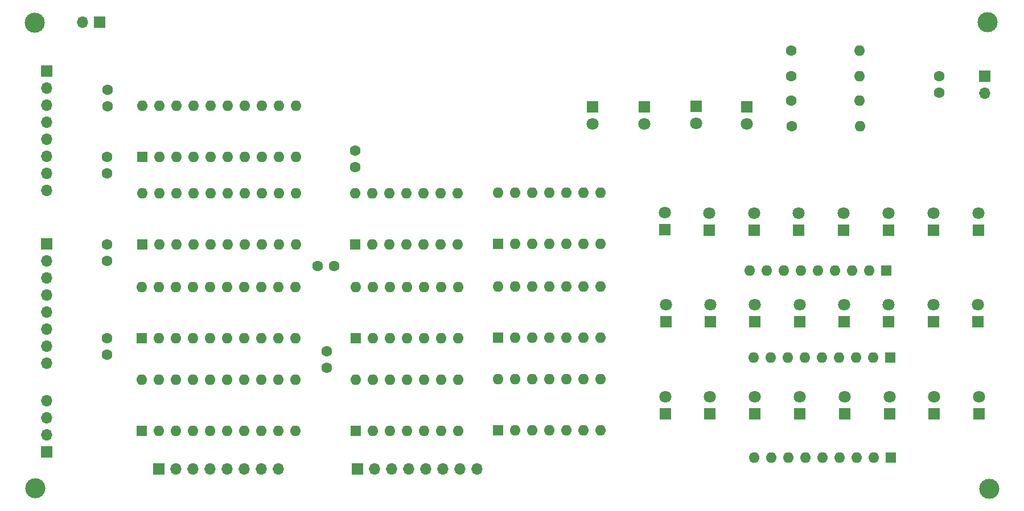
<source format=gbr>
%TF.GenerationSoftware,KiCad,Pcbnew,(5.1.9-0-10_14)*%
%TF.CreationDate,2021-04-28T01:33:21-04:00*%
%TF.ProjectId,ALU,414c552e-6b69-4636-9164-5f7063625858,rev?*%
%TF.SameCoordinates,Original*%
%TF.FileFunction,Soldermask,Bot*%
%TF.FilePolarity,Negative*%
%FSLAX46Y46*%
G04 Gerber Fmt 4.6, Leading zero omitted, Abs format (unit mm)*
G04 Created by KiCad (PCBNEW (5.1.9-0-10_14)) date 2021-04-28 01:33:21*
%MOMM*%
%LPD*%
G01*
G04 APERTURE LIST*
%ADD10O,1.600000X1.600000*%
%ADD11C,1.600000*%
%ADD12C,1.800000*%
%ADD13R,1.800000X1.800000*%
%ADD14O,1.700000X1.700000*%
%ADD15R,1.700000X1.700000*%
%ADD16C,3.000000*%
%ADD17R,1.600000X1.600000*%
G04 APERTURE END LIST*
D10*
%TO.C,R4*%
X191922400Y-46723300D03*
D11*
X181762400Y-46723300D03*
%TD*%
D10*
%TO.C,R3*%
X191884300Y-35496500D03*
D11*
X181724300Y-35496500D03*
%TD*%
D10*
%TO.C,R2*%
X191884300Y-39230300D03*
D11*
X181724300Y-39230300D03*
%TD*%
D10*
%TO.C,R1*%
X191884300Y-42913300D03*
D11*
X181724300Y-42913300D03*
%TD*%
D12*
%TO.C,D28*%
X175082200Y-46342300D03*
D13*
X175082200Y-43802300D03*
%TD*%
D12*
%TO.C,D27*%
X152171400Y-46367700D03*
D13*
X152171400Y-43827700D03*
%TD*%
D12*
%TO.C,D26*%
X159804100Y-46342300D03*
D13*
X159804100Y-43802300D03*
%TD*%
D12*
%TO.C,D25*%
X167538400Y-46329600D03*
D13*
X167538400Y-43789600D03*
%TD*%
D14*
%TO.C,J7*%
X76238100Y-31191200D03*
D15*
X78778100Y-31191200D03*
%TD*%
D14*
%TO.C,J6*%
X134924800Y-97739200D03*
X132384800Y-97739200D03*
X129844800Y-97739200D03*
X127304800Y-97739200D03*
X124764800Y-97739200D03*
X122224800Y-97739200D03*
X119684800Y-97739200D03*
D15*
X117144800Y-97739200D03*
%TD*%
D16*
%TO.C,REF\u002A\u002A*%
X69215000Y-100672900D03*
%TD*%
%TO.C,REF\u002A\u002A*%
X211175600Y-100723700D03*
%TD*%
D10*
%TO.C,RN3*%
X176187100Y-96075500D03*
X178727100Y-96075500D03*
X181267100Y-96075500D03*
X183807100Y-96075500D03*
X186347100Y-96075500D03*
X188887100Y-96075500D03*
X191427100Y-96075500D03*
X193967100Y-96075500D03*
D17*
X196507100Y-96075500D03*
%TD*%
D14*
%TO.C,J5*%
X70929500Y-87591900D03*
X70929500Y-90131900D03*
X70929500Y-92671900D03*
D15*
X70929500Y-95211900D03*
%TD*%
D10*
%TO.C,U7*%
X138124000Y-70574100D03*
X153364000Y-78194100D03*
X140664000Y-70574100D03*
X150824000Y-78194100D03*
X143204000Y-70574100D03*
X148284000Y-78194100D03*
X145744000Y-70574100D03*
X145744000Y-78194100D03*
X148284000Y-70574100D03*
X143204000Y-78194100D03*
X150824000Y-70574100D03*
X140664000Y-78194100D03*
X153364000Y-70574100D03*
D17*
X138124000Y-78194100D03*
%TD*%
D16*
%TO.C,REF\u002A\u002A*%
X210908900Y-31203900D03*
%TD*%
%TO.C,REF\u002A\u002A*%
X69126100Y-31280100D03*
%TD*%
D12*
%TO.C,D24*%
X209638900Y-86995000D03*
D13*
X209638900Y-89535000D03*
%TD*%
D12*
%TO.C,D23*%
X202971400Y-86995000D03*
D13*
X202971400Y-89535000D03*
%TD*%
D12*
%TO.C,D22*%
X196303900Y-86995000D03*
D13*
X196303900Y-89535000D03*
%TD*%
D12*
%TO.C,D21*%
X189611000Y-86995000D03*
D13*
X189611000Y-89535000D03*
%TD*%
D12*
%TO.C,D20*%
X182930800Y-87007700D03*
D13*
X182930800Y-89547700D03*
%TD*%
D12*
%TO.C,D19*%
X176263300Y-86995000D03*
D13*
X176263300Y-89535000D03*
%TD*%
D12*
%TO.C,D18*%
X169595800Y-86995000D03*
D13*
X169595800Y-89535000D03*
%TD*%
D12*
%TO.C,D17*%
X162941000Y-87007700D03*
D13*
X162941000Y-89547700D03*
%TD*%
D10*
%TO.C,RN2*%
X176072800Y-81191100D03*
X178612800Y-81191100D03*
X181152800Y-81191100D03*
X183692800Y-81191100D03*
X186232800Y-81191100D03*
X188772800Y-81191100D03*
X191312800Y-81191100D03*
X193852800Y-81191100D03*
D17*
X196392800Y-81191100D03*
%TD*%
D12*
%TO.C,D16*%
X209461100Y-73304400D03*
D13*
X209461100Y-75844400D03*
%TD*%
D12*
%TO.C,D15*%
X202831700Y-73304400D03*
D13*
X202831700Y-75844400D03*
%TD*%
D12*
%TO.C,D14*%
X196189600Y-73304400D03*
D13*
X196189600Y-75844400D03*
%TD*%
D12*
%TO.C,D13*%
X189560200Y-73304400D03*
D13*
X189560200Y-75844400D03*
%TD*%
D12*
%TO.C,D12*%
X182930800Y-73291700D03*
D13*
X182930800Y-75831700D03*
%TD*%
D12*
%TO.C,D11*%
X176301400Y-73279000D03*
D13*
X176301400Y-75819000D03*
%TD*%
D12*
%TO.C,D10*%
X169659300Y-73279000D03*
D13*
X169659300Y-75819000D03*
%TD*%
D12*
%TO.C,D9*%
X163029900Y-73266300D03*
D13*
X163029900Y-75806300D03*
%TD*%
D10*
%TO.C,RN1*%
X175475900Y-68186300D03*
X178015900Y-68186300D03*
X180555900Y-68186300D03*
X183095900Y-68186300D03*
X185635900Y-68186300D03*
X188175900Y-68186300D03*
X190715900Y-68186300D03*
X193255900Y-68186300D03*
D17*
X195795900Y-68186300D03*
%TD*%
D12*
%TO.C,D8*%
X209524600Y-59639200D03*
D13*
X209524600Y-62179200D03*
%TD*%
D12*
%TO.C,D7*%
X202844400Y-59639200D03*
D13*
X202844400Y-62179200D03*
%TD*%
D12*
%TO.C,D6*%
X196164200Y-59639200D03*
D13*
X196164200Y-62179200D03*
%TD*%
D12*
%TO.C,D5*%
X189471300Y-59639200D03*
D13*
X189471300Y-62179200D03*
%TD*%
D12*
%TO.C,D4*%
X182816500Y-59639200D03*
D13*
X182816500Y-62179200D03*
%TD*%
D12*
%TO.C,D3*%
X176149000Y-59639200D03*
D13*
X176149000Y-62179200D03*
%TD*%
D12*
%TO.C,D2*%
X169494200Y-59639200D03*
D13*
X169494200Y-62179200D03*
%TD*%
D12*
%TO.C,D1*%
X162852100Y-59626500D03*
D13*
X162852100Y-62166500D03*
%TD*%
D14*
%TO.C,J4*%
X105397300Y-97751900D03*
X102857300Y-97751900D03*
X100317300Y-97751900D03*
X97777300Y-97751900D03*
X95237300Y-97751900D03*
X92697300Y-97751900D03*
X90157300Y-97751900D03*
D15*
X87617300Y-97751900D03*
%TD*%
D11*
%TO.C,C8*%
X112560100Y-80227800D03*
X112560100Y-82727800D03*
%TD*%
%TO.C,C7*%
X80022700Y-41289600D03*
X80022700Y-43789600D03*
%TD*%
%TO.C,C6*%
X111215800Y-67551300D03*
X113715800Y-67551300D03*
%TD*%
%TO.C,C5*%
X116865400Y-50332000D03*
X116865400Y-52832000D03*
%TD*%
%TO.C,C4*%
X79883000Y-51284500D03*
X79883000Y-53784500D03*
%TD*%
D10*
%TO.C,U10*%
X85128100Y-43675300D03*
X107988100Y-51295300D03*
X87668100Y-43675300D03*
X105448100Y-51295300D03*
X90208100Y-43675300D03*
X102908100Y-51295300D03*
X92748100Y-43675300D03*
X100368100Y-51295300D03*
X95288100Y-43675300D03*
X97828100Y-51295300D03*
X97828100Y-43675300D03*
X95288100Y-51295300D03*
X100368100Y-43675300D03*
X92748100Y-51295300D03*
X102908100Y-43675300D03*
X90208100Y-51295300D03*
X105448100Y-43675300D03*
X87668100Y-51295300D03*
X107988100Y-43675300D03*
D17*
X85128100Y-51295300D03*
%TD*%
D10*
%TO.C,U9*%
X138085900Y-84374800D03*
X153325900Y-91994800D03*
X140625900Y-84374800D03*
X150785900Y-91994800D03*
X143165900Y-84374800D03*
X148245900Y-91994800D03*
X145705900Y-84374800D03*
X145705900Y-91994800D03*
X148245900Y-84374800D03*
X143165900Y-91994800D03*
X150785900Y-84374800D03*
X140625900Y-91994800D03*
X153325900Y-84374800D03*
D17*
X138085900Y-91994800D03*
%TD*%
D10*
%TO.C,U8*%
X85090000Y-84442300D03*
X107950000Y-92062300D03*
X87630000Y-84442300D03*
X105410000Y-92062300D03*
X90170000Y-84442300D03*
X102870000Y-92062300D03*
X92710000Y-84442300D03*
X100330000Y-92062300D03*
X95250000Y-84442300D03*
X97790000Y-92062300D03*
X97790000Y-84442300D03*
X95250000Y-92062300D03*
X100330000Y-84442300D03*
X92710000Y-92062300D03*
X102870000Y-84442300D03*
X90170000Y-92062300D03*
X105410000Y-84442300D03*
X87630000Y-92062300D03*
X107950000Y-84442300D03*
D17*
X85090000Y-92062300D03*
%TD*%
D10*
%TO.C,U6*%
X85102700Y-70662800D03*
X107962700Y-78282800D03*
X87642700Y-70662800D03*
X105422700Y-78282800D03*
X90182700Y-70662800D03*
X102882700Y-78282800D03*
X92722700Y-70662800D03*
X100342700Y-78282800D03*
X95262700Y-70662800D03*
X97802700Y-78282800D03*
X97802700Y-70662800D03*
X95262700Y-78282800D03*
X100342700Y-70662800D03*
X92722700Y-78282800D03*
X102882700Y-70662800D03*
X90182700Y-78282800D03*
X105422700Y-70662800D03*
X87642700Y-78282800D03*
X107962700Y-70662800D03*
D17*
X85102700Y-78282800D03*
%TD*%
D10*
%TO.C,U5*%
X116895200Y-84451000D03*
X132135200Y-92071000D03*
X119435200Y-84451000D03*
X129595200Y-92071000D03*
X121975200Y-84451000D03*
X127055200Y-92071000D03*
X124515200Y-84451000D03*
X124515200Y-92071000D03*
X127055200Y-84451000D03*
X121975200Y-92071000D03*
X129595200Y-84451000D03*
X119435200Y-92071000D03*
X132135200Y-84451000D03*
D17*
X116895200Y-92071000D03*
%TD*%
D10*
%TO.C,U4*%
X116933300Y-70650300D03*
X132173300Y-78270300D03*
X119473300Y-70650300D03*
X129633300Y-78270300D03*
X122013300Y-70650300D03*
X127093300Y-78270300D03*
X124553300Y-70650300D03*
X124553300Y-78270300D03*
X127093300Y-70650300D03*
X122013300Y-78270300D03*
X129633300Y-70650300D03*
X119473300Y-78270300D03*
X132173300Y-70650300D03*
D17*
X116933300Y-78270300D03*
%TD*%
D11*
%TO.C,C3*%
X79946500Y-78272000D03*
X79946500Y-80772000D03*
%TD*%
%TO.C,C2*%
X79946500Y-64289300D03*
X79946500Y-66789300D03*
%TD*%
D10*
%TO.C,U3*%
X138112500Y-56654700D03*
X153352500Y-64274700D03*
X140652500Y-56654700D03*
X150812500Y-64274700D03*
X143192500Y-56654700D03*
X148272500Y-64274700D03*
X145732500Y-56654700D03*
X145732500Y-64274700D03*
X148272500Y-56654700D03*
X143192500Y-64274700D03*
X150812500Y-56654700D03*
X140652500Y-64274700D03*
X153352500Y-56654700D03*
D17*
X138112500Y-64274700D03*
%TD*%
D10*
%TO.C,U2*%
X85140800Y-56667400D03*
X108000800Y-64287400D03*
X87680800Y-56667400D03*
X105460800Y-64287400D03*
X90220800Y-56667400D03*
X102920800Y-64287400D03*
X92760800Y-56667400D03*
X100380800Y-64287400D03*
X95300800Y-56667400D03*
X97840800Y-64287400D03*
X97840800Y-56667400D03*
X95300800Y-64287400D03*
X100380800Y-56667400D03*
X92760800Y-64287400D03*
X102920800Y-56667400D03*
X90220800Y-64287400D03*
X105460800Y-56667400D03*
X87680800Y-64287400D03*
X108000800Y-56667400D03*
D17*
X85140800Y-64287400D03*
%TD*%
D10*
%TO.C,U1*%
X116865400Y-56718200D03*
X132105400Y-64338200D03*
X119405400Y-56718200D03*
X129565400Y-64338200D03*
X121945400Y-56718200D03*
X127025400Y-64338200D03*
X124485400Y-56718200D03*
X124485400Y-64338200D03*
X127025400Y-56718200D03*
X121945400Y-64338200D03*
X129565400Y-56718200D03*
X119405400Y-64338200D03*
X132105400Y-56718200D03*
D17*
X116865400Y-64338200D03*
%TD*%
D14*
%TO.C,J3*%
X70916800Y-82003900D03*
X70916800Y-79463900D03*
X70916800Y-76923900D03*
X70916800Y-74383900D03*
X70916800Y-71843900D03*
X70916800Y-69303900D03*
X70916800Y-66763900D03*
D15*
X70916800Y-64223900D03*
%TD*%
D14*
%TO.C,J2*%
X70904100Y-56273700D03*
X70904100Y-53733700D03*
X70904100Y-51193700D03*
X70904100Y-48653700D03*
X70904100Y-46113700D03*
X70904100Y-43573700D03*
X70904100Y-41033700D03*
D15*
X70904100Y-38493700D03*
%TD*%
D14*
%TO.C,J1*%
X210464400Y-41795700D03*
D15*
X210464400Y-39255700D03*
%TD*%
D11*
%TO.C,C1*%
X203695300Y-39257600D03*
X203695300Y-41757600D03*
%TD*%
M02*

</source>
